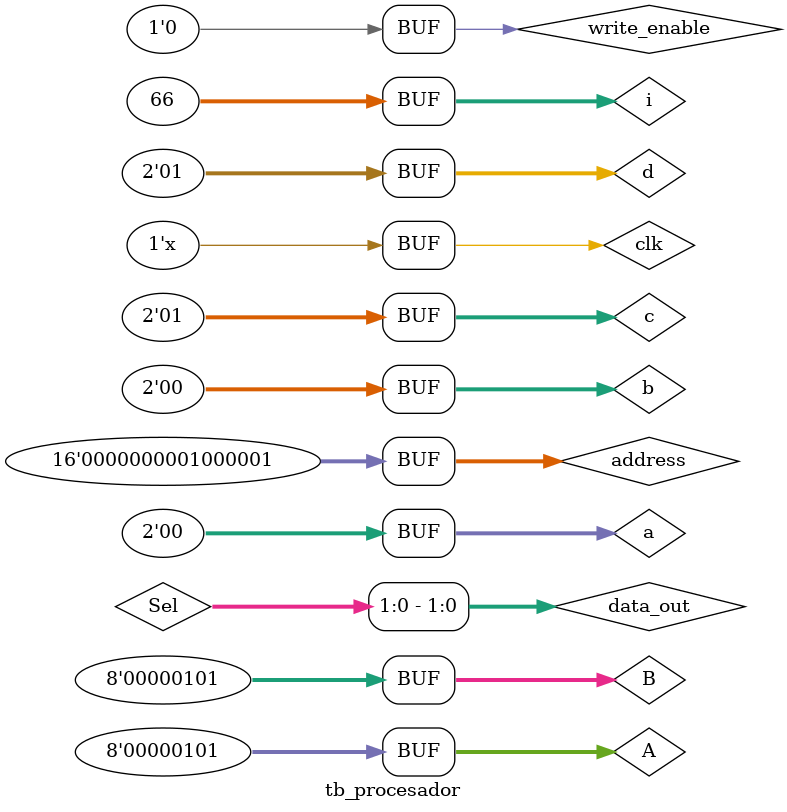
<source format=v>
`timescale 1ns / 1ps


module tb_procesador();

    reg [7:0] A;
    reg [7:0] B;
    reg [1:0] Sel;
    wire [7:0] sum;
    
    reg [1:0] a;
    reg [1:0] b;
    reg [1:0] c;
    reg [1:0] d;
    
    wire y;
    
    reg clk, write_enable,reset;
    wire [15:0] data_out;
    reg [15:0] address;
    reg [15:0] data_in;
    
    integer i;

    procesador p(.A(A), .B(B),.Sel(Sel),.Sum(sum));
    
    stateMachine sm( .A(A),.B(B),.Sel(Sel),.Sum(sum) );
    
    Memory mem(.a(a), .b(b), .c(c), .d(d), .y(y), .clk(clk),.address(address),.data_in(data_in),.data_out(data_out));
    
    always begin
        #5 clk = ~clk;  
    end
            
    initial begin
    
            clk = 0;
            
            for(i = 0;i<=65;i=i+1) begin
                #10 address = i; write_enable<=0; 
//                $display("%b", data_out[0] + " " + data_out[1] + " " + data_out[2] + " " + data_out[3] );
//                $display("%b", data_out  );
                #10;A = 4'b1101;B = 4'b1101 ;Sel = data_out; 


            end;
                        
        
            #10 a=0;   b=0;  c=0; d=0;
//            #10;A = $urandom%20;B = $urandom%20;Sel = y; 
            #10;A = 5;B = 5;Sel = y; 
            #10 a=0;   b=0;  c=0; d=1;
            #10;A = 4'b1101;B = 4'b1101 ;Sel = data_out; 
//            #10;A = $urandom%20;B = $urandom%20;Sel = y;
            #10 a=0;   b=0;  c=1; d=0;
            #10;A = 4'b0001;B = 4'b0101 ;Sel = data_out; 
//            #10;A = $urandom%20;B = $urandom%20;Sel = y;
            #10 a=0;   b=0;  c=1; d=1;
            #10;A = 4'b0101;B = 4'b0101 ;Sel = data_out;             
//            #10;A = $urandom%20;B = $urandom%20;Sel = y;


    end
    
endmodule

</source>
